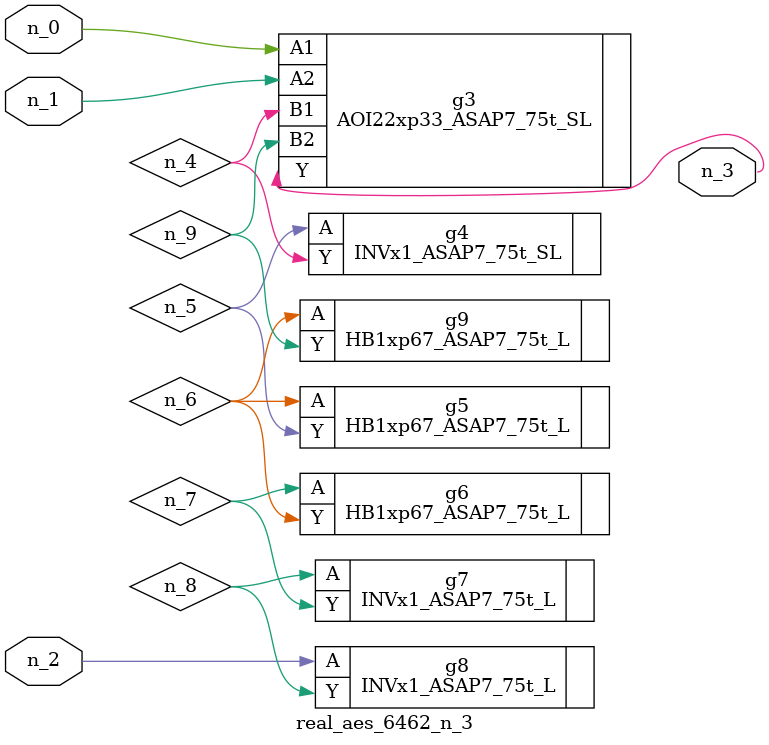
<source format=v>
module real_aes_6462_n_3 (n_0, n_2, n_1, n_3);
input n_0;
input n_2;
input n_1;
output n_3;
wire n_4;
wire n_5;
wire n_7;
wire n_9;
wire n_6;
wire n_8;
AOI22xp33_ASAP7_75t_SL g3 ( .A1(n_0), .A2(n_1), .B1(n_4), .B2(n_9), .Y(n_3) );
INVx1_ASAP7_75t_L g8 ( .A(n_2), .Y(n_8) );
INVx1_ASAP7_75t_SL g4 ( .A(n_5), .Y(n_4) );
HB1xp67_ASAP7_75t_L g5 ( .A(n_6), .Y(n_5) );
HB1xp67_ASAP7_75t_L g9 ( .A(n_6), .Y(n_9) );
HB1xp67_ASAP7_75t_L g6 ( .A(n_7), .Y(n_6) );
INVx1_ASAP7_75t_L g7 ( .A(n_8), .Y(n_7) );
endmodule
</source>
